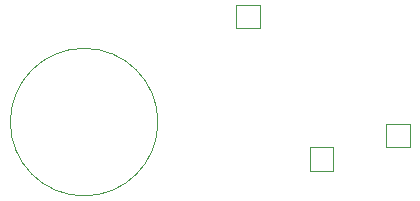
<source format=gbr>
%TF.GenerationSoftware,KiCad,Pcbnew,8.0.7*%
%TF.CreationDate,2025-01-08T02:29:51-05:00*%
%TF.ProjectId,active-drag-system-minimal,61637469-7665-42d6-9472-61672d737973,rev?*%
%TF.SameCoordinates,Original*%
%TF.FileFunction,Other,User*%
%FSLAX46Y46*%
G04 Gerber Fmt 4.6, Leading zero omitted, Abs format (unit mm)*
G04 Created by KiCad (PCBNEW 8.0.7) date 2025-01-08 02:29:51*
%MOMM*%
%LPD*%
G01*
G04 APERTURE LIST*
%ADD10C,0.050000*%
G04 APERTURE END LIST*
D10*
%TO.C,TP3*%
X152550000Y-94650000D02*
X152550000Y-96650000D01*
X152550000Y-94650000D02*
X154550000Y-94650000D01*
X154550000Y-96650000D02*
X152550000Y-96650000D01*
X154550000Y-96650000D02*
X154550000Y-94650000D01*
%TO.C,TP2*%
X159050000Y-92650000D02*
X159050000Y-94650000D01*
X159050000Y-92650000D02*
X161050000Y-92650000D01*
X161050000Y-94650000D02*
X159050000Y-94650000D01*
X161050000Y-94650000D02*
X161050000Y-92650000D01*
%TO.C,TP1*%
X146350000Y-82550000D02*
X146350000Y-84550000D01*
X146350000Y-82550000D02*
X148350000Y-82550000D01*
X148350000Y-84550000D02*
X146350000Y-84550000D01*
X148350000Y-84550000D02*
X148350000Y-82550000D01*
%TO.C,BZ1*%
X139700000Y-92500000D02*
G75*
G02*
X127200000Y-92500000I-6250000J0D01*
G01*
X127200000Y-92500000D02*
G75*
G02*
X139700000Y-92500000I6250000J0D01*
G01*
%TD*%
M02*

</source>
